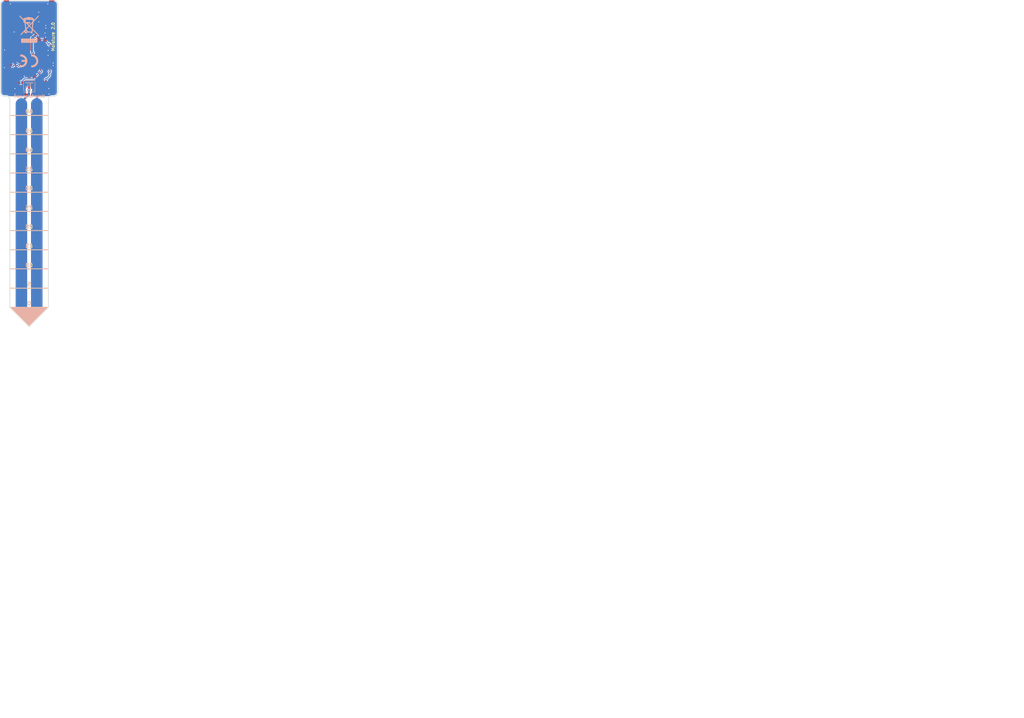
<source format=kicad_pcb>
(kicad_pcb (version 4) (host pcbnew 4.0.6-e0-6349~53~ubuntu16.04.1)
  (title_block (title "Moisture Bricklet") (rev 1.1) (company "Tinkerforge GmbH") (comment 1 "Licensed under CERN OHL v.1.1") (comment 2 "Copyright (©) 2014, B.Nordmeyer <bastian@tinkerforge.com>"))
  (layers (0 F.Cu signal hide) (31 B.Cu signal hide) (34 B.Paste user) (35 F.Paste user) (36 B.SilkS user) (37 F.SilkS user) (38 B.Mask user) (39 F.Mask user) (44 Edge.Cuts user))
  (net 0 "")
  (net 1 GND)
  (net 2 VCC)
  (net 3 "Net-(P1-Pad4)")
  (net 4 "Net-(P1-Pad5)")
  (net 5 "Net-(P1-Pad6)")
  (net 6 "Net-(R3-Pad1)")
  (net 7 CLK-EN)
  (net 8 S-MISO)
  (net 9 S-MOSI)
  (net 10 S-CLK)
  (net 11 S-CS)
  (net 12 SCL)
  (net 13 SDA)
  (net 14 "Net-(C2-Pad2)")
  (net 15 "Net-(C6-Pad1)")
  (net 16 "Net-(C9-Pad1)")
  (net 17 "Net-(C10-Pad1)")
  (net 18 "Net-(D1-Pad2)")
  (net 19 "Net-(D2-Pad1)")
  (net 20 "Net-(P2-Pad1)")
  (net 21 "Net-(Q1-Pad3)")
  (net 22 "Net-(R1-Pad1)")
  (net 23 "Net-(R6-Pad1)")
  (net 24 "Net-(P3-Pad2)")
  (net 25 SIG)
  (module C0603F (layer F.Cu) (at 139.4 77.8)
    (fp_text reference C5)
    (fp_text value 1uF)
    (pad 1 smd rect (at -0.75 0) (size 0.9 0.9) (layers F.Cu F.Paste F.Mask) (net 2 VCC))
    (pad 2 smd rect (at 0.75 0) (size 0.9 0.9) (layers F.Cu F.Paste F.Mask) (net 1 GND))
  )
  (module C0603F (layer F.Cu) (at 139.4 80.4)
    (fp_text reference C6)
    (fp_text value 1uF)
    (pad 1 smd rect (at -0.75 0) (size 0.9 0.9) (layers F.Cu F.Paste F.Mask) (net 15 "Net-(C6-Pad1)"))
    (pad 2 smd rect (at 0.75 0) (size 0.9 0.9) (layers F.Cu F.Paste F.Mask) (net 1 GND))
  )
  (module C0603F (layer F.Cu) (at 139.4 81.7)
    (fp_text reference C7)
    (fp_text value 100nF)
    (pad 1 smd rect (at -0.75 0) (size 0.9 0.9) (layers F.Cu F.Paste F.Mask) (net 15 "Net-(C6-Pad1)"))
    (pad 2 smd rect (at 0.75 0) (size 0.9 0.9) (layers F.Cu F.Paste F.Mask) (net 1 GND))
  )
  (module C0603F (layer F.Cu) (at 130.3 84.1 180)
    (fp_text reference C8)
    (fp_text value 100nF)
    (pad 1 smd rect (at -0.75 0 180) (size 0.9 0.9) (layers F.Cu F.Paste F.Mask) (net 2 VCC))
    (pad 2 smd rect (at 0.75 0 180) (size 0.9 0.9) (layers F.Cu F.Paste F.Mask) (net 1 GND))
  )
  (module C0603F (layer F.Cu) (at 139.5 91.8)
    (fp_text reference C9)
    (fp_text value TBD)
    (pad 1 smd rect (at -0.75 0) (size 0.9 0.9) (layers F.Cu F.Paste F.Mask) (net 16 "Net-(C9-Pad1)"))
    (pad 2 smd rect (at 0.75 0) (size 0.9 0.9) (layers F.Cu F.Paste F.Mask) (net 1 GND))
  )
  (module C0603F (layer F.Cu) (at 133.9 91.8 180)
    (fp_text reference C10)
    (fp_text value TBD)
    (pad 1 smd rect (at -0.75 0 180) (size 0.9 0.9) (layers F.Cu F.Paste F.Mask) (net 17 "Net-(C10-Pad1)"))
    (pad 2 smd rect (at 0.75 0 180) (size 0.9 0.9) (layers F.Cu F.Paste F.Mask) (net 1 GND))
  )
  (module R0603F (layer F.Cu) (at 136 87.9 90)
    (fp_text reference R5)
    (fp_text value 68)
    (pad 1 smd rect (at -0.75 0 90) (size 0.9 0.9) (layers F.Cu F.Paste F.Mask) (net 25 SIG))
    (pad 2 smd rect (at 0.75 0 90) (size 0.9 0.9) (layers F.Cu F.Paste F.Mask) (net 21 "Net-(Q1-Pad3)"))
  )
  (module R0603F (layer F.Cu) (at 134.6 89.6 270)
    (fp_text reference R6)
    (fp_text value 1k)
    (pad 1 smd rect (at -0.75 0 270) (size 0.9 0.9) (layers F.Cu F.Paste F.Mask) (net 23 "Net-(R6-Pad1)"))
    (pad 2 smd rect (at 0.75 0 270) (size 0.9 0.9) (layers F.Cu F.Paste F.Mask) (net 17 "Net-(C10-Pad1)"))
  )
  (module R0603F (layer F.Cu) (at 133.1 89.6 90)
    (fp_text reference R7)
    (fp_text value DNP)
    (pad 1 smd rect (at -0.75 0 90) (size 0.9 0.9) (layers F.Cu F.Paste F.Mask) (net 1 GND))
    (pad 2 smd rect (at 0.75 0 90) (size 0.9 0.9) (layers F.Cu F.Paste F.Mask) (net 23 "Net-(R6-Pad1)"))
  )
  (module 4X0402 (layer F.Cu) (at 134.2 74.4 180)
    (fp_text reference RP1)
    (fp_text value TBD)
    (pad 1 smd rect (at -0.7493 0.575) (size 0.29972 0.65) (layers F.Cu F.Paste F.Mask) (net 3 "Net-(P1-Pad4)"))
    (pad 2 smd rect (at -0.24892 0.575) (size 0.29972 0.65) (layers F.Cu F.Paste F.Mask) (net 4 "Net-(P1-Pad5)"))
    (pad 3 smd rect (at 0.24892 0.575) (size 0.29972 0.65) (layers F.Cu F.Paste F.Mask) (net 5 "Net-(P1-Pad6)"))
    (pad 4 smd rect (at 0.7493 0.575) (size 0.29972 0.65) (layers F.Cu F.Paste F.Mask) (net 14 "Net-(C2-Pad2)"))
    (pad 5 smd rect (at 0.7493 -0.575 180) (size 0.29972 0.65) (layers F.Cu F.Paste F.Mask) (net 8 S-MISO))
    (pad 6 smd rect (at 0.24892 -0.575 180) (size 0.29972 0.65) (layers F.Cu F.Paste F.Mask) (net 9 S-MOSI))
    (pad 7 smd rect (at -0.24892 -0.575 180) (size 0.29972 0.65) (layers F.Cu F.Paste F.Mask) (net 10 S-CLK))
    (pad 8 smd rect (at -0.7493 -0.575 180) (size 0.29972 0.65) (layers F.Cu F.Paste F.Mask) (net 11 S-CS))
  )
  (module 4X0603 (layer F.Cu) (at 136.8 84.5 90)
    (fp_text reference RP2)
    (fp_text value 1k)
    (pad 1 smd rect (at -1.19888 -0.8509 90) (size 0.44958 0.89916) (layers F.Cu F.Paste F.Mask) (net 2 VCC))
    (pad 2 smd rect (at -0.39878 -0.8509 90) (size 0.44958 0.89916) (layers F.Cu F.Paste F.Mask) (net 2 VCC))
    (pad 3 smd rect (at 0.39878 -0.8509 90) (size 0.44958 0.89916) (layers F.Cu F.Paste F.Mask) (net 2 VCC))
    (pad 4 smd rect (at 1.19888 -0.8509 90) (size 0.44958 0.89916) (layers F.Cu F.Paste F.Mask) (net 2 VCC))
    (pad 5 smd rect (at 1.19888 0.8509 90) (size 0.44958 0.89916) (layers F.Cu F.Paste F.Mask) (net 13 SDA))
    (pad 6 smd rect (at 0.39878 0.8509 90) (size 0.44958 0.89916) (layers F.Cu F.Paste F.Mask))
    (pad 7 smd rect (at -0.39878 0.8509 90) (size 0.44958 0.89916) (layers F.Cu F.Paste F.Mask))
    (pad 8 smd rect (at -1.19888 0.8509 90) (size 0.44958 0.89916) (layers F.Cu F.Paste F.Mask) (net 12 SCL))
  )
  (module C0805 (layer F.Cu) (at 138.5 74.3 180)
    (fp_text reference C1)
    (fp_text value 10uF)
    (pad 1 smd rect (at -1.00076 0 180) (size 1.00076 1.24968) (layers F.Cu F.Paste F.Mask) (net 1 GND) (clearance 0.14986))
    (pad 2 smd rect (at 1.00076 0 180) (size 1.00076 1.24968) (layers F.Cu F.Paste F.Mask) (net 2 VCC) (clearance 0.14986))
  )
  (module C0402E (layer F.Cu) (at 132.4 74.25 90)
    (fp_text reference C2)
    (fp_text value TBD)
    (pad 1 smd rect (at -0.65 0 90) (size 0.7 0.9) (layers F.Cu F.Paste F.Mask) (net 1 GND))
    (pad 2 smd rect (at 0.65 0 90) (size 0.7 0.9) (layers F.Cu F.Paste F.Mask) (net 14 "Net-(C2-Pad2)"))
  )
  (module C0603F (layer F.Cu) (at 138.6 75.9 180)
    (fp_text reference C3)
    (fp_text value 1uF)
    (pad 1 smd rect (at -0.75 0 180) (size 0.9 0.9) (layers F.Cu F.Paste F.Mask) (net 1 GND))
    (pad 2 smd rect (at 0.75 0 180) (size 0.9 0.9) (layers F.Cu F.Paste F.Mask) (net 2 VCC))
  )
  (module C0603F (layer F.Cu) (at 133.85 82.85 180)
    (fp_text reference C4)
    (fp_text value 100nF)
    (pad 1 smd rect (at -0.75 0 180) (size 0.9 0.9) (layers F.Cu F.Paste F.Mask) (net 2 VCC))
    (pad 2 smd rect (at 0.75 0 180) (size 0.9 0.9) (layers F.Cu F.Paste F.Mask) (net 1 GND))
  )
  (module D0603E (layer F.Cu) (at 130.3 82.7 180)
    (fp_text reference D1)
    (fp_text value blue)
    (pad 1 smd rect (at -0.8501 0 180) (size 1.1 1) (layers F.Cu F.Paste F.Mask) (net 2 VCC))
    (pad 2 smd rect (at 0.8501 0 180) (size 1.1 1) (layers F.Cu F.Paste F.Mask) (net 18 "Net-(D1-Pad2)"))
  )
  (module CON-SENSOR2 (layer F.Cu) (at 136 67.1 180)
    (fp_text reference P1)
    (fp_text value CON-SENSOR2)
    (pad 1 smd rect (at -3.75 -4.6 180) (size 0.6 1.8) (layers F.Cu F.Paste F.Mask))
    (pad 2 smd rect (at -2.5 -4.6 180) (size 0.6 1.8) (layers F.Cu F.Paste F.Mask) (net 1 GND))
    (pad EP smd rect (at -5.9 -1.2 180) (size 1.4 2.4) (layers F.Cu F.Paste F.Mask) (net 1 GND))
    (pad EP smd rect (at 5.9 -1.2 180) (size 1.4 2.4) (layers F.Cu F.Paste F.Mask) (net 1 GND))
    (pad 3 smd rect (at -1.25 -4.6 180) (size 0.6 1.8) (layers F.Cu F.Paste F.Mask) (net 2 VCC))
    (pad 4 smd rect (at 0 -4.6 180) (size 0.6 1.8) (layers F.Cu F.Paste F.Mask) (net 3 "Net-(P1-Pad4)"))
    (pad 5 smd rect (at 1.25 -4.6 180) (size 0.6 1.8) (layers F.Cu F.Paste F.Mask) (net 4 "Net-(P1-Pad5)"))
    (pad 6 smd rect (at 2.5 -4.6 180) (size 0.6 1.8) (layers F.Cu F.Paste F.Mask) (net 5 "Net-(P1-Pad6)"))
    (pad 7 smd rect (at 3.75 -4.6 180) (size 0.6 1.8) (layers F.Cu F.Paste F.Mask) (net 14 "Net-(C2-Pad2)"))
  )
  (module kicad-libraries:DEBUG_PAD (layer F.Cu) (at 129.8 77.4)
    (fp_text reference P2)
    (fp_text value DEBUG)
    (pad 1 smd circle (at 0 0) (size 0.7 0.7) (layers F.Cu F.Paste F.Mask) (net 20 "Net-(P2-Pad1)"))
  )
  (module kicad-libraries:SolderJumper (layer F.Cu) (at 130.1 79.2)
    (fp_text reference P3)
    (fp_text value BOOT)
    (pad 2 smd rect (at 0.55 0) (size 0.3 1.4) (layers F.Cu F.Mask) (net 24 "Net-(P3-Pad2)"))
    (pad 2 smd rect (at 0.15 0) (size 0.6 0.5) (layers F.Cu F.Mask) (net 24 "Net-(P3-Pad2)"))
    (pad 1 smd rect (at -0.5 0) (size 0.4 1.4) (layers F.Cu F.Mask) (net 1 GND))
    (pad 1 smd rect (at -0.225 0.55) (size 0.95 0.3) (layers F.Cu F.Mask) (net 1 GND))
    (pad 1 smd rect (at -0.225 -0.55) (size 0.95 0.3) (layers F.Cu F.Mask) (net 1 GND))
  )
  (module R0603F (layer F.Cu) (at 130.3 81.3 180)
    (fp_text reference R1)
    (fp_text value 1k)
    (pad 1 smd rect (at -0.75 0 180) (size 0.9 0.9) (layers F.Cu F.Paste F.Mask) (net 22 "Net-(R1-Pad1)"))
    (pad 2 smd rect (at 0.75 0 180) (size 0.9 0.9) (layers F.Cu F.Paste F.Mask) (net 18 "Net-(D1-Pad2)"))
  )
  (module R0603F (layer F.Cu) (at 137.4 87.9 90)
    (fp_text reference R2)
    (fp_text value 68)
    (pad 1 smd rect (at -0.75 0 90) (size 0.9 0.9) (layers F.Cu F.Paste F.Mask) (net 19 "Net-(D2-Pad1)"))
    (pad 2 smd rect (at 0.75 0 90) (size 0.9 0.9) (layers F.Cu F.Paste F.Mask) (net 21 "Net-(Q1-Pad3)"))
  )
  (module R0603F (layer F.Cu) (at 138.8 89.6 270)
    (fp_text reference R3)
    (fp_text value 1k)
    (pad 1 smd rect (at -0.75 0 270) (size 0.9 0.9) (layers F.Cu F.Paste F.Mask) (net 6 "Net-(R3-Pad1)"))
    (pad 2 smd rect (at 0.75 0 270) (size 0.9 0.9) (layers F.Cu F.Paste F.Mask) (net 16 "Net-(C9-Pad1)"))
  )
  (module R0603F (layer F.Cu) (at 140.3 89.6 90)
    (fp_text reference R4)
    (fp_text value DNP)
    (pad 1 smd rect (at -0.75 0 90) (size 0.9 0.9) (layers F.Cu F.Paste F.Mask) (net 1 GND))
    (pad 2 smd rect (at 0.75 0 90) (size 0.9 0.9) (layers F.Cu F.Paste F.Mask) (net 6 "Net-(R3-Pad1)"))
  )
  (module kicad-libraries:QFN24-4x4mm-0.5mm (layer F.Cu) (at 134.5 79)
    (fp_text reference U1)
    (fp_text value XMC1XXX24)
    (pad 1 smd oval (at -2.025 -1.25) (size 1 0.3) (layers F.Cu F.Paste F.Mask) (net 8 S-MISO))
    (pad 2 smd oval (at -2.025 -0.75) (size 1 0.3) (layers F.Cu F.Paste F.Mask) (net 20 "Net-(P2-Pad1)"))
    (pad 3 smd oval (at -2.025 -0.25) (size 1 0.3) (layers F.Cu F.Paste F.Mask))
    (pad 4 smd oval (at -2.025 0.25) (size 1 0.3) (layers F.Cu F.Paste F.Mask) (net 24 "Net-(P3-Pad2)"))
    (pad 5 smd oval (at -2.025 0.75) (size 1 0.3) (layers F.Cu F.Paste F.Mask))
    (pad 6 smd oval (at -2.025 1.25) (size 1 0.3) (layers F.Cu F.Paste F.Mask))
    (pad 7 smd oval (at -1.25 2.025 90) (size 1 0.3) (layers F.Cu F.Paste F.Mask) (net 22 "Net-(R1-Pad1)"))
    (pad 8 smd oval (at -0.75 2.025 90) (size 1 0.3) (layers F.Cu F.Paste F.Mask) (net 7 CLK-EN))
    (pad 9 smd oval (at -0.25 2.025 90) (size 1 0.3) (layers F.Cu F.Paste F.Mask) (net 1 GND))
    (pad 10 smd oval (at 0.25 2.025 90) (size 1 0.3) (layers F.Cu F.Paste F.Mask) (net 2 VCC))
    (pad 11 smd oval (at 0.75 2.025 90) (size 1 0.3) (layers F.Cu F.Paste F.Mask))
    (pad 12 smd oval (at 1.25 2.025 90) (size 1 0.3) (layers F.Cu F.Paste F.Mask))
    (pad 13 smd oval (at 2.025 1.25) (size 1 0.3) (layers F.Cu F.Paste F.Mask))
    (pad 14 smd oval (at 2.025 0.75) (size 1 0.3) (layers F.Cu F.Paste F.Mask))
    (pad 15 smd oval (at 2.025 0.25) (size 1 0.3) (layers F.Cu F.Paste F.Mask))
    (pad 16 smd oval (at 2.025 -0.25) (size 1 0.3) (layers F.Cu F.Paste F.Mask))
    (pad 17 smd oval (at 2.025 -0.75) (size 1 0.3) (layers F.Cu F.Paste F.Mask) (net 13 SDA))
    (pad 18 smd oval (at 2.025 -1.25) (size 1 0.3) (layers F.Cu F.Paste F.Mask))
    (pad 19 smd oval (at 1.25 -2.025 90) (size 1 0.3) (layers F.Cu F.Paste F.Mask) (net 12 SCL))
    (pad 20 smd oval (at 0.75 -2.025 90) (size 1 0.3) (layers F.Cu F.Paste F.Mask))
    (pad 21 smd oval (at 0.25 -2.025 90) (size 1 0.3) (layers F.Cu F.Paste F.Mask))
    (pad 22 smd oval (at -0.25 -2.025 90) (size 1 0.3) (layers F.Cu F.Paste F.Mask) (net 11 S-CS))
    (pad 23 smd oval (at -0.75 -2.025 90) (size 1 0.3) (layers F.Cu F.Paste F.Mask) (net 10 S-CLK))
    (pad 24 smd oval (at -1.25 -2.025 90) (size 1 0.3) (layers F.Cu F.Paste F.Mask) (net 9 S-MOSI))
    (pad EXP smd rect (at 0.65 0.65) (size 1.3 1.3) (layers F.Cu F.Paste F.Mask) (net 1 GND))
    (pad EXP smd rect (at 0.65 -0.65) (size 1.3 1.3) (layers F.Cu F.Paste F.Mask) (net 1 GND))
    (pad EXP smd rect (at -0.65 0.65) (size 1.3 1.3) (layers F.Cu F.Paste F.Mask) (net 1 GND))
    (pad EXP smd rect (at -0.65 -0.65) (size 1.3 1.3) (layers F.Cu F.Paste F.Mask) (net 1 GND))
  )
  (module R0603F (layer F.Cu) (at 139.4 79.1)
    (fp_text reference L1)
    (fp_text value INDUCT)
    (pad 1 smd rect (at -0.75 0) (size 0.9 0.9) (layers F.Cu F.Paste F.Mask) (net 2 VCC))
    (pad 2 smd rect (at 0.75 0) (size 0.9 0.9) (layers F.Cu F.Paste F.Mask) (net 15 "Net-(C6-Pad1)"))
  )
  (module kicad-libraries:SOT363 (layer F.Cu) (at 136.7 91 270)
    (fp_text reference D2)
    (fp_text value BAT54TW)
    (pad 1 smd rect (at -0.9 -0.75 270) (size 0.6 0.6) (layers F.Cu F.Paste F.Mask) (net 19 "Net-(D2-Pad1)"))
    (pad 3 smd rect (at -0.9 0.75 270) (size 0.6 0.6) (layers F.Cu F.Paste F.Mask) (net 25 SIG))
    (pad 4 smd rect (at 0.9 0.75 270) (size 0.6 0.6) (layers F.Cu F.Paste F.Mask) (net 17 "Net-(C10-Pad1)"))
    (pad 6 smd rect (at 0.9 -0.75 270) (size 0.6 0.6) (layers F.Cu F.Paste F.Mask) (net 16 "Net-(C9-Pad1)"))
    (pad 2 smd rect (at -0.9 0 270) (size 0.6 0.4) (layers F.Cu F.Paste F.Mask))
    (pad 5 smd rect (at 0.9 0 270) (size 0.6 0.4) (layers F.Cu F.Paste F.Mask))
  )
  (module CRYSTAL_3225_4 (layer F.Cu) (at 132.6 86.3)
    (fp_text reference Q1)
    (fp_text value Oscillator)
    (pad 4 smd rect (at -1.09982 -0.8001) (size 1.39954 1.15062) (layers F.Cu F.Paste F.Mask) (net 2 VCC))
    (pad 3 smd rect (at 1.09982 -0.8001) (size 1.39954 1.15062) (layers F.Cu F.Paste F.Mask) (net 21 "Net-(Q1-Pad3)"))
    (pad 1 smd rect (at -1.09982 0.8001) (size 1.39954 1.15062) (layers F.Cu F.Paste F.Mask) (net 7 CLK-EN))
    (pad 2 smd rect (at 1.09982 0.8001) (size 1.39954 1.15062) (layers F.Cu F.Paste F.Mask) (net 1 GND))
  )
  (module SOT23-6 (layer F.Cu) (at 140.2 84.1 90)
    (fp_text reference U2)
    (fp_text value MCP3425)
    (pad 1 smd rect (at -0.94996 1.19888 90) (size 0.50038 0.8001) (layers F.Cu F.Paste F.Mask) (net 6 "Net-(R3-Pad1)") (clearance 0.14986))
    (pad 2 smd rect (at 0 1.19888 90) (size 0.50038 0.8001) (layers F.Cu F.Paste F.Mask) (net 1 GND) (clearance 0.14986))
    (pad 3 smd rect (at 0.94996 1.19888 90) (size 0.50038 0.8001) (layers F.Cu F.Paste F.Mask) (net 12 SCL) (clearance 0.14986))
    (pad 6 smd rect (at -0.94996 -1.19888 90) (size 0.50038 0.8001) (layers F.Cu F.Paste F.Mask) (net 23 "Net-(R6-Pad1)") (clearance 0.14986))
    (pad 4 smd rect (at 0.94996 -1.19888 90) (size 0.50038 0.8001) (layers F.Cu F.Paste F.Mask) (net 13 SDA) (clearance 0.14986))
    (pad 5 smd rect (at 0 -1.19888 90) (size 0.50038 0.8001) (layers F.Cu F.Paste F.Mask) (net 15 "Net-(C6-Pad1)") (clearance 0.14986))
  )
  (module kicad-libraries:Logo_31x31 (layer B.Cu) (at 137.6 88.15 180)
    (fp_text reference G*** hide)
    (fp_text value Logo_31x31 hide)
  )
  (module kicad-libraries:WEEE_7mm (layer B.Cu) (at 136 74.85 180)
    (fp_text reference VAL hide)
    (fp_text value WEEE_7mm hide)
  )
  (module kicad-libraries:CE_5mm (layer B.Cu) (at 136 83.15 180)
    (fp_text reference VAL hide)
    (fp_text value CE_5mm hide)
  )
  (gr_line (start 131 147.35) (end 136 152.35) (angle 90) (layer F.SilkS) (width 0.2))
  (gr_text 0 (at 136 146.35) (layer B.SilkS) (effects (font (size 1 1)) (justify mirror)))
  (gr_text 5 (at 136 141.35) (layer B.SilkS) (effects (font (size 1 1)) (justify mirror)))
  (gr_text 10 (at 136 136.35) (layer B.SilkS) (effects (font (size 1 1)) (justify mirror)))
  (gr_text 15 (at 136 131.35) (layer B.SilkS) (effects (font (size 1 1)) (justify mirror)))
  (gr_text 20 (at 136 126.35) (layer B.SilkS) (effects (font (size 1 1)) (justify mirror)))
  (gr_text 25 (at 136 121.35) (layer B.SilkS) (effects (font (size 1 1)) (justify mirror)))
  (gr_text 30 (at 136 116.35) (layer B.SilkS) (effects (font (size 1 1)) (justify mirror)))
  (gr_text 35 (at 136 111.35) (layer B.SilkS) (effects (font (size 1 1)) (justify mirror)))
  (gr_text 40 (at 136 106.35) (layer B.SilkS) (effects (font (size 1 1)) (justify mirror)))
  (gr_text 45 (at 136 101.35) (layer B.SilkS) (effects (font (size 1 1)) (justify mirror)))
  (gr_text 50 (at 136 96.35) (layer B.SilkS) (effects (font (size 1 1)) (justify mirror)))
  (gr_text 50 (at 136 96.35) (layer F.SilkS) (effects (font (size 1 1))))
  (gr_line (start 141 97.35) (end 131 97.35) (angle 90) (layer F.SilkS) (width 0.2))
  (gr_line (start 141 97.35) (end 131 97.35) (angle 90) (layer B.SilkS) (width 0.2))
  (gr_text 45 (at 136 101.35) (layer F.SilkS) (effects (font (size 1 1))))
  (gr_text 40 (at 136 106.35) (layer F.SilkS) (effects (font (size 1 1))))
  (gr_text 35 (at 136 111.35) (layer F.SilkS) (effects (font (size 1 1))))
  (gr_text 30 (at 136 116.35) (layer F.SilkS) (effects (font (size 1 1))))
  (gr_text 25 (at 136 121.35) (layer F.SilkS) (effects (font (size 1 1))))
  (gr_text 20 (at 136 126.35) (layer F.SilkS) (effects (font (size 1 1))))
  (gr_text 15 (at 136 131.35) (layer F.SilkS) (effects (font (size 1 1))))
  (gr_text 10 (at 136 136.35) (layer F.SilkS) (effects (font (size 1 1))))
  (gr_text 5 (at 136 141.35) (layer F.SilkS) (effects (font (size 1 1))))
  (gr_text 0 (at 136 146.35) (layer F.SilkS) (effects (font (size 1 1))))
  (gr_line (start 141 117.35) (end 131 117.35) (angle 90) (layer B.SilkS) (width 0.2))
  (gr_line (start 141 102.35) (end 131 102.35) (angle 90) (layer B.SilkS) (width 0.2))
  (gr_line (start 131 107.35) (end 141 107.35) (angle 90) (layer B.SilkS) (width 0.2))
  (gr_line (start 141 112.35) (end 131 112.35) (angle 90) (layer B.SilkS) (width 0.2))
  (gr_line (start 131 122.35) (end 141 122.35) (angle 90) (layer B.SilkS) (width 0.2))
  (gr_line (start 141 127.35) (end 131 127.35) (angle 90) (layer B.SilkS) (width 0.2))
  (gr_line (start 131 132.35) (end 141 132.35) (angle 90) (layer B.SilkS) (width 0.2))
  (gr_line (start 141 137.35) (end 131 137.35) (angle 90) (layer B.SilkS) (width 0.2))
  (gr_line (start 131 142.35) (end 141 142.35) (angle 90) (layer B.SilkS) (width 0.2))
  (gr_line (start 141 147.35) (end 131 147.35) (angle 90) (layer B.SilkS) (width 0.2))
  (gr_line (start 141 102.35) (end 131 102.35) (angle 90) (layer F.SilkS) (width 0.2))
  (gr_line (start 141 107.35) (end 131 107.35) (angle 90) (layer F.SilkS) (width 0.2))
  (gr_line (start 141 112.35) (end 131 112.35) (angle 90) (layer F.SilkS) (width 0.2))
  (gr_line (start 141 117.35) (end 131 117.35) (angle 90) (layer F.SilkS) (width 0.2))
  (gr_line (start 141 122.35) (end 131 122.35) (angle 90) (layer F.SilkS) (width 0.2))
  (gr_line (start 141 127.35) (end 131 127.35) (angle 90) (layer F.SilkS) (width 0.2))
  (gr_line (start 141 132.35) (end 131 132.35) (angle 90) (layer F.SilkS) (width 0.2))
  (gr_line (start 141 137.35) (end 131 137.35) (angle 90) (layer F.SilkS) (width 0.2))
  (gr_line (start 141 142.35) (end 131 142.35) (angle 90) (layer F.SilkS) (width 0.2))
  (gr_line (start 141 147.35) (end 131 147.35) (angle 90) (layer F.SilkS) (width 0.2))
  (gr_line (start 131 147.35) (end 131 93.35) (angle 90) (layer Edge.Cuts) (width 0.15))
  (gr_line (start 141 93.35) (end 141 147.35) (angle 90) (layer Edge.Cuts) (width 0.15))
  (gr_line (start 143.5 68.35) (end 143.5 91.35) (angle 90) (layer Edge.Cuts) (width 0.15))
  (gr_line (start 129.5 67.35) (end 142.5 67.35) (angle 90) (layer Edge.Cuts) (width 0.15))
  (gr_line (start 128.5 91.35) (end 128.5 68.35) (angle 90) (layer Edge.Cuts) (width 0.15))
  (gr_line (start 129.5 92.35) (end 130 92.35) (angle 90) (layer Edge.Cuts) (width 0.15))
  (gr_line (start 142 92.35) (end 142.5 92.35) (angle 90) (layer Edge.Cuts) (width 0.15))
  (gr_arc (start 142.5 68.35) (end 142.5 67.35) (angle 90) (layer Edge.Cuts) (width 0.15))
  (gr_arc (start 129.5 68.35) (end 128.5 68.35) (angle 90) (layer Edge.Cuts) (width 0.15))
  (gr_arc (start 129.5 91.35) (end 129.5 92.35) (angle 90) (layer Edge.Cuts) (width 0.15))
  (gr_arc (start 142.5 91.35) (end 143.5 91.35) (angle 90) (layer Edge.Cuts) (width 0.15))
  (gr_arc (start 130 93.35) (end 130 92.35) (angle 90) (layer Edge.Cuts) (width 0.15))
  (gr_arc (start 142 93.35) (end 141 93.35) (angle 90) (layer Edge.Cuts) (width 0.15))
  (gr_line (start 136 152.35) (end 141 147.35) (angle 90) (layer Edge.Cuts) (width 0.15))
  (gr_line (start 136 152.35) (end 131 147.35) (angle 90) (layer Edge.Cuts) (width 0.15))
  (gr_text "Moisture 2.0" (at 142.25 76.85 90) (layer F.SilkS) (effects (font (size 0.8 0.8))))
  (gr_text tinkerforge.com (at 136 92.35) (layer B.SilkS) (effects (font (size 0.7 0.7)) (justify mirror)))
  (segment (start 129.6 79.2) (end 129.6 78.675) (width 0.254) (layer F.Cu) (net 1))
  (segment (start 129.6 78.675) (end 129.625 78.65) (width 0.254) (layer F.Cu) (net 1))
  (segment (start 129.625 78.65) (end 129.6 79.2) (width 0.254) (layer F.Cu) (net 1))
  (segment (start 129.6 79.2) (end 129.6 79.75) (width 0.254) (layer F.Cu) (net 1))
  (segment (start 129.6 79.2) (end 129.6 79.75) (width 0.254) (layer F.Cu) (net 1))
  (segment (start 129.6 79.2) (end 129.6 79.15) (width 0.254) (layer F.Cu) (net 1))
  (segment (start 138 147.35) (end 138 94.35) (width 3) (layer B.Cu) (net 1))
  (segment (start 138.05 91.8) (end 138 91.85) (width 0.5) (layer B.Cu) (net 1))
  (segment (start 138 91.85) (end 138 94.35) (width 0.5) (layer B.Cu) (net 1))
  (segment (start 141.15 91.8) (end 140.25 91.8) (width 0.5) (layer F.Cu) (net 1))
  (via (at 141.15 91.8) (size 0.7) (drill 0.25) (layers F.Cu B.Cu) (net 1))
  (segment (start 141.15 91.8) (end 138.05 91.8) (width 0.5) (layer B.Cu) (net 1))
  (segment (start 129.6 79.2) (end 129.625 79.225) (width 0.254) (layer F.Cu) (net 1))
  (segment (start 129.625 79.225) (end 129.625 80.275) (width 0.254) (layer F.Cu) (net 1))
  (via (at 129.625 80.275) (size 0.7) (drill 0.25) (layers F.Cu B.Cu) (net 1))
  (segment (start 141.39888 84.1) (end 142 84.1) (width 0.5) (layer F.Cu) (net 1))
  (via (at 142.275 84.375) (size 0.7) (drill 0.25) (layers F.Cu B.Cu) (net 1))
  (segment (start 142 84.1) (end 142.275 84.375) (width 0.5) (layer F.Cu) (net 1))
  (segment (start 141.39888 84.1) (end 141.85 84.1) (width 0.5) (layer F.Cu) (net 1))
  (via (at 142.275 83.675) (size 0.7) (drill 0.25) (layers F.Cu B.Cu) (net 1))
  (segment (start 141.85 84.1) (end 142.275 83.675) (width 0.5) (layer F.Cu) (net 1))
  (segment (start 129.55 84.1) (end 129.55 84.9) (width 0.5) (layer F.Cu) (net 1))
  (via (at 129.55 84.9) (size 0.7) (drill 0.25) (layers F.Cu B.Cu) (net 1))
  (segment (start 133.1 82.85) (end 133.1 83.325) (width 0.5) (layer F.Cu) (net 1))
  (via (at 132.9 83.525) (size 0.7) (drill 0.25) (layers F.Cu B.Cu) (net 1))
  (segment (start 133.1 83.325) (end 132.9 83.525) (width 0.5) (layer F.Cu) (net 1))
  (segment (start 140.15 77.8) (end 140.15 77.15) (width 0.5) (layer F.Cu) (net 1))
  (via (at 140.325 76.975) (size 0.7) (drill 0.25) (layers F.Cu B.Cu) (net 1))
  (segment (start 140.15 77.15) (end 140.325 76.975) (width 0.254) (layer F.Cu) (net 1))
  (segment (start 132.4 74.9) (end 132.4 75.325) (width 0.254) (layer F.Cu) (net 1))
  (via (at 132.15 75.6) (size 0.7) (drill 0.25) (layers F.Cu B.Cu) (net 1))
  (segment (start 132.15 75.575) (end 132.15 75.6) (width 0.254) (layer F.Cu) (net 1))
  (segment (start 132.4 75.325) (end 132.15 75.575) (width 0.254) (layer F.Cu) (net 1))
  (segment (start 135.15 78.35) (end 135.15 79.65) (width 0.254) (layer F.Cu) (net 1))
  (segment (start 133.85 78.35) (end 135.15 78.35) (width 0.254) (layer F.Cu) (net 1))
  (segment (start 133.85 79.65) (end 133.85 78.35) (width 0.254) (layer F.Cu) (net 1))
  (segment (start 134.25 81.025) (end 134.25 80.05) (width 0.254) (layer F.Cu) (net 1))
  (segment (start 134.25 80.05) (end 133.85 79.65) (width 0.254) (layer F.Cu) (net 1))
  (segment (start 134.25 81.025) (end 134.25 81.9) (width 0.254) (layer F.Cu) (net 1))
  (segment (start 133.9 82.05) (end 133.1 82.85) (width 0.254) (layer F.Cu) (net 1))
  (segment (start 134.1 82.05) (end 133.9 82.05) (width 0.254) (layer F.Cu) (net 1))
  (segment (start 134.25 81.9) (end 134.1 82.05) (width 0.254) (layer F.Cu) (net 1))
  (segment (start 140.15 81.7) (end 140.95 81.7) (width 0.5) (layer F.Cu) (net 1))
  (via (at 140.95 81.7) (size 0.7) (drill 0.25) (layers F.Cu B.Cu) (net 1))
  (segment (start 140.15 80.4) (end 140.95 80.4) (width 0.5) (layer F.Cu) (net 1))
  (via (at 140.95 80.4) (size 0.7) (drill 0.25) (layers F.Cu B.Cu) (net 1))
  (segment (start 141.9 68.3) (end 140.85 68.3) (width 0.5) (layer F.Cu) (net 1))
  (via (at 140.85 68.3) (size 0.7) (drill 0.25) (layers F.Cu B.Cu) (net 1))
  (segment (start 130.1 68.3) (end 131.15 68.3) (width 0.5) (layer F.Cu) (net 1))
  (via (at 131.15 68.3) (size 0.7) (drill 0.25) (layers F.Cu B.Cu) (net 1))
  (segment (start 138.5 71.7) (end 138.5 70.45) (width 0.5) (layer F.Cu) (net 1))
  (via (at 138.5 70.45) (size 0.7) (drill 0.25) (layers F.Cu B.Cu) (net 1))
  (segment (start 138.5 71.7) (end 138.5 72.95) (width 0.5) (layer F.Cu) (net 1))
  (via (at 138.5 72.95) (size 0.7) (drill 0.25) (layers F.Cu B.Cu) (net 1))
  (segment (start 139.50076 74.3) (end 139.95 74.3) (width 0.5) (layer F.Cu) (net 1))
  (segment (start 139.95 74.3) (end 140.35 73.9) (width 0.5) (layer F.Cu) (net 1))
  (via (at 140.35 73.9) (size 0.7) (drill 0.25) (layers F.Cu B.Cu) (net 1))
  (segment (start 139.50076 74.3) (end 140.05 74.3) (width 0.5) (layer F.Cu) (net 1))
  (via (at 140.35 74.6) (size 0.7) (drill 0.25) (layers F.Cu B.Cu) (net 1))
  (segment (start 140.05 74.3) (end 140.35 74.6) (width 0.5) (layer F.Cu) (net 1))
  (segment (start 139.35 75.9) (end 140.15 75.9) (width 0.5) (layer F.Cu) (net 1))
  (via (at 140.15 75.9) (size 0.7) (drill 0.25) (layers F.Cu B.Cu) (net 1))
  (segment (start 133.69982 87.1001) (end 134.7499 87.1001) (width 0.5) (layer F.Cu) (net 1))
  (via (at 134.75 87.1) (size 0.7) (drill 0.25) (layers F.Cu B.Cu) (net 1))
  (segment (start 134.7499 87.1001) (end 134.75 87.1) (width 0.5) (layer F.Cu) (net 1))
  (segment (start 140.3 90.35) (end 141.15 90.35) (width 0.5) (layer F.Cu) (net 1))
  (via (at 141.15 90.35) (size 0.7) (drill 0.25) (layers F.Cu B.Cu) (net 1))
  (segment (start 133.15 91.8) (end 132.3 91.8) (width 0.5) (layer F.Cu) (net 1))
  (via (at 132.3 91.8) (size 0.7) (drill 0.25) (layers F.Cu B.Cu) (net 1))
  (segment (start 133.1 90.35) (end 132.3 90.35) (width 0.5) (layer F.Cu) (net 1))
  (via (at 132.3 90.35) (size 0.7) (drill 0.25) (layers F.Cu B.Cu) (net 1))
  (segment (start 131.05 84.1) (end 131.425 84.1) (width 0.254) (layer F.Cu) (net 2))
  (segment (start 131.425 84.1) (end 131.7 84.375) (width 0.254) (layer F.Cu) (net 2))
  (segment (start 134.3 84.025) (end 135.225 83.1) (width 0.254) (layer F.Cu) (net 2))
  (segment (start 133.6 84.025) (end 134.3 84.025) (width 0.254) (layer F.Cu) (net 2))
  (segment (start 133.3 84.325) (end 133.6 84.025) (width 0.254) (layer F.Cu) (net 2))
  (via (at 133.3 84.325) (size 0.7) (drill 0.25) (layers F.Cu B.Cu) (net 2))
  (segment (start 131.75 84.325) (end 133.3 84.325) (width 0.254) (layer B.Cu) (net 2))
  (segment (start 131.7 84.375) (end 131.75 84.325) (width 0.254) (layer B.Cu) (net 2))
  (via (at 131.7 84.375) (size 0.7) (drill 0.25) (layers F.Cu B.Cu) (net 2))
  (via (at 137.9125 76.6625) (size 0.7) (drill 0.25) (layers F.Cu B.Cu) (net 2))
  (segment (start 134.6 82.85) (end 135.2 82.85) (width 0.5) (layer F.Cu) (net 2))
  (segment (start 135.475 82.575) (end 135.2 82.85) (width 0.5) (layer F.Cu) (net 2))
  (segment (start 135.875 82.575) (end 135.475 82.575) (width 0.5) (layer F.Cu) (net 2))
  (segment (start 136.95 81.5) (end 135.875 82.575) (width 0.5) (layer F.Cu) (net 2))
  (segment (start 136.95 81.025) (end 136.95 81.5) (width 0.5) (layer F.Cu) (net 2))
  (via (at 136.95 81.025) (size 0.7) (drill 0.25) (layers F.Cu B.Cu) (net 2))
  (segment (start 136.75 80.825) (end 136.95 81.025) (width 0.5) (layer B.Cu) (net 2))
  (segment (start 136.75 77.15) (end 136.75 80.825) (width 0.5) (layer B.Cu) (net 2))
  (segment (start 137.2375 76.6625) (end 136.75 77.15) (width 0.5) (layer B.Cu) (net 2))
  (segment (start 137.2375 76.6625) (end 137.9125 76.6625) (width 0.5) (layer B.Cu) (net 2))
  (segment (start 138.65 77.8) (end 138.65 77.4) (width 0.5) (layer F.Cu) (net 2))
  (segment (start 138.65 77.4) (end 137.9125 76.6625) (width 0.5) (layer F.Cu) (net 2))
  (segment (start 137.9125 76.6625) (end 137.85 76.6) (width 0.5) (layer F.Cu) (net 2))
  (segment (start 137.85 76.6) (end 137.85 75.9) (width 0.5) (layer F.Cu) (net 2))
  (segment (start 138.65 79.1) (end 138.65 77.8) (width 0.5) (layer F.Cu) (net 2))
  (segment (start 134.6 82.85) (end 134.975 82.85) (width 0.254) (layer F.Cu) (net 2))
  (segment (start 134.975 82.85) (end 135.225 83.1) (width 0.254) (layer F.Cu) (net 2))
  (segment (start 135.225 83.1) (end 135.42612 83.30112) (width 0.254) (layer F.Cu) (net 2))
  (segment (start 135.42612 83.30112) (end 135.9491 83.30112) (width 0.254) (layer F.Cu) (net 2))
  (segment (start 134.75 81.025) (end 134.75 82.1) (width 0.254) (layer F.Cu) (net 2))
  (segment (start 134.6 82.25) (end 134.6 82.85) (width 0.254) (layer F.Cu) (net 2))
  (segment (start 134.75 82.1) (end 134.6 82.25) (width 0.254) (layer F.Cu) (net 2))
  (segment (start 131.05 84.1) (end 131.05 82.8001) (width 0.5) (layer F.Cu) (net 2))
  (segment (start 131.05 82.8001) (end 131.1501 82.7) (width 0.5) (layer F.Cu) (net 2))
  (segment (start 131.05 84.1) (end 131.05 85.04972) (width 0.5) (layer F.Cu) (net 2))
  (segment (start 131.05 85.04972) (end 131.50018 85.4999) (width 0.5) (layer F.Cu) (net 2))
  (segment (start 135.9491 84.89878) (end 136.55 84.89878) (width 0.254) (layer F.Cu) (net 2))
  (segment (start 136.45 84.85) (end 136.55 84.85) (width 0.254) (layer F.Cu) (net 2))
  (segment (start 136.50122 84.85) (end 136.45 84.85) (width 0.254) (layer F.Cu) (net 2))
  (segment (start 136.55 84.89878) (end 136.50122 84.85) (width 0.254) (layer F.Cu) (net 2))
  (segment (start 135.9491 84.10122) (end 136.55 84.10122) (width 0.254) (layer F.Cu) (net 2))
  (segment (start 136.55 84.10122) (end 136.55 84.1) (width 0.254) (layer F.Cu) (net 2))
  (segment (start 135.9491 85.69888) (end 136.40112 85.69888) (width 0.254) (layer F.Cu) (net 2))
  (segment (start 136.55 83.6) (end 136.25112 83.30112) (width 0.254) (layer F.Cu) (net 2))
  (segment (start 136.55 85.55) (end 136.55 84.85) (width 0.254) (layer F.Cu) (net 2))
  (segment (start 136.55 84.85) (end 136.55 84.1) (width 0.254) (layer F.Cu) (net 2))
  (segment (start 136.55 84.1) (end 136.55 83.6) (width 0.254) (layer F.Cu) (net 2))
  (segment (start 136.40112 85.69888) (end 136.55 85.55) (width 0.254) (layer F.Cu) (net 2))
  (segment (start 136.25112 83.30112) (end 135.9491 83.30112) (width 0.254) (layer F.Cu) (net 2))
  (segment (start 137.49924 74.3) (end 137.49924 74.79924) (width 0.254) (layer F.Cu) (net 2))
  (segment (start 137.49924 74.79924) (end 137.85 75.15) (width 0.5) (layer F.Cu) (net 2))
  (segment (start 137.85 75.15) (end 137.85 75.9) (width 0.5) (layer F.Cu) (net 2))
  (segment (start 137.25 71.7) (end 137.25 74.05076) (width 0.5) (layer F.Cu) (net 2))
  (segment (start 137.25 74.05076) (end 137.49924 74.3) (width 0.254) (layer F.Cu) (net 2))
  (segment (start 136 71.7) (end 136 72.4) (width 0.254) (layer F.Cu) (net 3))
  (segment (start 136 72.4) (end 134.9493 73.4507) (width 0.254) (layer F.Cu) (net 3))
  (segment (start 134.9493 73.4507) (end 134.9493 73.825) (width 0.254) (layer F.Cu) (net 3))
  (segment (start 134.44892 73.825) (end 134.44892 73.323166) (width 0.254) (layer F.Cu) (net 4))
  (segment (start 134.75 73.022086) (end 134.75 71.7) (width 0.254) (layer F.Cu) (net 4))
  (segment (start 134.44892 73.323166) (end 134.75 73.022086) (width 0.254) (layer F.Cu) (net 4))
  (segment (start 133.95108 73.825) (end 133.95108 73.20108) (width 0.254) (layer F.Cu) (net 5))
  (segment (start 133.5 72.75) (end 133.5 71.7) (width 0.254) (layer F.Cu) (net 5))
  (segment (start 133.95108 73.20108) (end 133.5 72.75) (width 0.254) (layer F.Cu) (net 5))
  (segment (start 140.3 88.85) (end 140.3 88.1) (width 0.254) (layer F.Cu) (net 6))
  (segment (start 141.39888 85.89888) (end 141.39888 85.04996) (width 0.254) (layer F.Cu) (net 6))
  (segment (start 141.4 85.9) (end 141.39888 85.89888) (width 0.254) (layer F.Cu) (net 6))
  (via (at 141.4 85.9) (size 0.7) (drill 0.25) (layers F.Cu B.Cu) (net 6))
  (segment (start 141.4 87) (end 141.4 85.9) (width 0.254) (layer B.Cu) (net 6))
  (segment (start 140.4 88) (end 141.4 87) (width 0.254) (layer B.Cu) (net 6))
  (via (at 140.4 88) (size 0.7) (drill 0.25) (layers F.Cu B.Cu) (net 6))
  (segment (start 140.3 88.1) (end 140.4 88) (width 0.254) (layer F.Cu) (net 6))
  (segment (start 138.8 88.85) (end 140.3 88.85) (width 0.254) (layer F.Cu) (net 6))
  (segment (start 131.50018 87.1001) (end 132.0499 87.1001) (width 0.254) (layer F.Cu) (net 7))
  (segment (start 132.0499 87.1001) (end 132.6 86.55) (width 0.254) (layer F.Cu) (net 7))
  (segment (start 132.6 86.55) (end 132.6 84.325) (width 0.254) (layer F.Cu) (net 7))
  (segment (start 132.6 84.325) (end 132.175 83.9) (width 0.254) (layer F.Cu) (net 7))
  (segment (start 132.175 83.9) (end 132.175 82.175) (width 0.254) (layer F.Cu) (net 7))
  (segment (start 132.175 82.175) (end 132.475 81.875) (width 0.254) (layer F.Cu) (net 7))
  (segment (start 133.75 81.025) (end 133.75 81.55) (width 0.254) (layer F.Cu) (net 7))
  (segment (start 133.425 81.875) (end 132.475 81.875) (width 0.254) (layer F.Cu) (net 7))
  (segment (start 133.75 81.55) (end 133.425 81.875) (width 0.254) (layer F.Cu) (net 7))
  (segment (start 132.475 77.75) (end 132.475 76.275) (width 0.254) (layer F.Cu) (net 8))
  (segment (start 132.475 76.275) (end 133.4507 75.2993) (width 0.254) (layer F.Cu) (net 8))
  (segment (start 133.4507 75.2993) (end 133.4507 74.975) (width 0.254) (layer F.Cu) (net 8))
  (segment (start 133.25 76.975) (end 133.25 76.15) (width 0.254) (layer F.Cu) (net 9))
  (segment (start 133.95108 75.44892) (end 133.95108 74.975) (width 0.254) (layer F.Cu) (net 9))
  (segment (start 133.25 76.15) (end 133.95108 75.44892) (width 0.254) (layer F.Cu) (net 9))
  (segment (start 133.75 76.975) (end 133.75 76.3) (width 0.254) (layer F.Cu) (net 10))
  (segment (start 134.44892 75.60108) (end 134.44892 74.975) (width 0.254) (layer F.Cu) (net 10))
  (segment (start 133.75 76.3) (end 134.44892 75.60108) (width 0.254) (layer F.Cu) (net 10))
  (segment (start 134.25 76.975) (end 134.25 76.45) (width 0.254) (layer F.Cu) (net 11))
  (segment (start 134.9493 75.7507) (end 134.9493 74.975) (width 0.254) (layer F.Cu) (net 11))
  (segment (start 134.25 76.45) (end 134.9493 75.7507) (width 0.254) (layer F.Cu) (net 11))
  (segment (start 141.39888 83.15004) (end 141.49996 83.15004) (width 0.254) (layer F.Cu) (net 12))
  (segment (start 141.49996 83.15004) (end 141.65 83) (width 0.254) (layer F.Cu) (net 12))
  (segment (start 141.65 79.25) (end 141.2 78.8) (width 0.254) (layer F.Cu) (net 12))
  (segment (start 141.65 83) (end 141.65 79.25) (width 0.254) (layer F.Cu) (net 12))
  (segment (start 136 76.3) (end 135.75 76.55) (width 0.254) (layer F.Cu) (net 12))
  (segment (start 136.4 76.3) (end 136 76.3) (width 0.254) (layer F.Cu) (net 12))
  (segment (start 137.6 77.5) (end 136.4 76.3) (width 0.254) (layer F.Cu) (net 12))
  (via (at 137.6 77.5) (size 0.7) (drill 0.25) (layers F.Cu B.Cu) (net 12))
  (segment (start 139.9 77.5) (end 137.6 77.5) (width 0.254) (layer B.Cu) (net 12))
  (segment (start 141.2 78.8) (end 139.9 77.5) (width 0.254) (layer B.Cu) (net 12))
  (via (at 141.2 78.8) (size 0.7) (drill 0.25) (layers F.Cu B.Cu) (net 12))
  (segment (start 135.75 76.55) (end 135.75 76.975) (width 0.254) (layer F.Cu) (net 12))
  (segment (start 137.6509 85.69888) (end 137.79888 85.69888) (width 0.254) (layer F.Cu) (net 12))
  (segment (start 137.79888 85.69888) (end 138.7 86.6) (width 0.254) (layer F.Cu) (net 12))
  (segment (start 138.7 86.6) (end 139.5 86.6) (width 0.254) (layer F.Cu) (net 12))
  (segment (start 139.5 86.6) (end 140.4 85.7) (width 0.254) (layer F.Cu) (net 12))
  (segment (start 140.4 85.7) (end 140.4 83.7) (width 0.254) (layer F.Cu) (net 12))
  (segment (start 140.4 83.7) (end 140.94996 83.15004) (width 0.254) (layer F.Cu) (net 12))
  (segment (start 140.94996 83.15004) (end 141.39888 83.15004) (width 0.254) (layer F.Cu) (net 12))
  (segment (start 137.6509 83.30112) (end 137.6509 78.7509) (width 0.254) (layer F.Cu) (net 13))
  (segment (start 137.15 78.25) (end 136.525 78.25) (width 0.254) (layer F.Cu) (net 13))
  (segment (start 137.6509 78.7509) (end 137.15 78.25) (width 0.254) (layer F.Cu) (net 13))
  (segment (start 137.6509 83.30112) (end 138.19888 83.30112) (width 0.254) (layer F.Cu) (net 13))
  (segment (start 138.34996 83.15004) (end 139.00112 83.15004) (width 0.254) (layer F.Cu) (net 13))
  (segment (start 138.19888 83.30112) (end 138.34996 83.15004) (width 0.254) (layer F.Cu) (net 13))
  (segment (start 132.25 71.7) (end 132.25 72.95) (width 0.254) (layer F.Cu) (net 14))
  (segment (start 132.4 73.1) (end 132.4 73.6) (width 0.254) (layer F.Cu) (net 14))
  (segment (start 132.25 72.95) (end 132.4 73.1) (width 0.254) (layer F.Cu) (net 14))
  (segment (start 133.4507 73.825) (end 133.125 73.825) (width 0.254) (layer F.Cu) (net 14))
  (segment (start 132.9 73.6) (end 132.4 73.6) (width 0.254) (layer F.Cu) (net 14))
  (segment (start 133.125 73.825) (end 132.9 73.6) (width 0.254) (layer F.Cu) (net 14))
  (segment (start 138.65 80.4) (end 138.75 80.4) (width 0.254) (layer F.Cu) (net 15))
  (segment (start 138.75 80.4) (end 140.05 79.1) (width 0.254) (layer F.Cu) (net 15))
  (segment (start 140.05 79.1) (end 140.15 79.1) (width 0.254) (layer F.Cu) (net 15))
  (segment (start 138.65 81.7) (end 138.65 80.4) (width 0.254) (layer F.Cu) (net 15))
  (segment (start 138.65 81.7) (end 138.7 81.7) (width 0.254) (layer F.Cu) (net 15))
  (segment (start 138.7 81.7) (end 139.8 82.8) (width 0.254) (layer F.Cu) (net 15))
  (segment (start 139.8 82.8) (end 139.8 83.8) (width 0.254) (layer F.Cu) (net 15))
  (segment (start 139.8 83.8) (end 139.5 84.1) (width 0.254) (layer F.Cu) (net 15))
  (segment (start 139.5 84.1) (end 139.00112 84.1) (width 0.254) (layer F.Cu) (net 15))
  (segment (start 138.75 91.8) (end 138.75 90.4) (width 0.5) (layer F.Cu) (net 16))
  (segment (start 138.75 90.4) (end 138.8 90.35) (width 0.254) (layer F.Cu) (net 16))
  (segment (start 137.45 91.9) (end 138.65 91.9) (width 0.5) (layer F.Cu) (net 16))
  (segment (start 138.65 91.9) (end 138.75 91.8) (width 0.254) (layer F.Cu) (net 16))
  (segment (start 134.65 91.8) (end 134.65 90.4) (width 0.5) (layer F.Cu) (net 17))
  (segment (start 134.65 90.4) (end 134.6 90.35) (width 0.254) (layer F.Cu) (net 17))
  (segment (start 135.95 91.9) (end 134.75 91.9) (width 0.5) (layer F.Cu) (net 17))
  (segment (start 134.75 91.9) (end 134.65 91.8) (width 0.254) (layer F.Cu) (net 17))
  (segment (start 129.4499 82.7) (end 129.4499 81.4001) (width 0.254) (layer F.Cu) (net 18))
  (segment (start 129.4499 81.4001) (end 129.55 81.3) (width 0.254) (layer F.Cu) (net 18))
  (segment (start 137.4 88.65) (end 137.4 90.05) (width 0.5) (layer F.Cu) (net 19))
  (segment (start 137.4 90.05) (end 137.45 90.1) (width 0.254) (layer F.Cu) (net 19))
  (segment (start 132.475 78.25) (end 131.35 78.25) (width 0.254) (layer F.Cu) (net 20))
  (segment (start 130.5 77.4) (end 129.8 77.4) (width 0.254) (layer F.Cu) (net 20))
  (segment (start 131.35 78.25) (end 130.5 77.4) (width 0.254) (layer F.Cu) (net 20))
  (segment (start 136 87.15) (end 137.4 87.15) (width 0.5) (layer F.Cu) (net 21))
  (segment (start 136 87.15) (end 136 87.1) (width 0.5) (layer F.Cu) (net 21))
  (segment (start 136 87.1) (end 134.3999 85.4999) (width 0.5) (layer F.Cu) (net 21))
  (segment (start 134.3999 85.4999) (end 133.69982 85.4999) (width 0.5) (layer F.Cu) (net 21))
  (segment (start 133.25 81.025) (end 131.8 81.025) (width 0.254) (layer F.Cu) (net 22))
  (segment (start 131.525 81.3) (end 131.05 81.3) (width 0.254) (layer F.Cu) (net 22))
  (segment (start 131.8 81.025) (end 131.525 81.3) (width 0.254) (layer F.Cu) (net 22))
  (via (at 133.8 88.85) (size 0.7) (drill 0.25) (layers F.Cu B.Cu) (net 23))
  (segment (start 139.00112 85.04996) (end 139.00112 85.89888) (width 0.254) (layer F.Cu) (net 23))
  (segment (start 139 85.9) (end 139.00112 85.89888) (width 0.254) (layer F.Cu) (net 23))
  (via (at 139 85.9) (size 0.7) (drill 0.25) (layers F.Cu B.Cu) (net 23))
  (segment (start 137.1 87.8) (end 139 85.9) (width 0.254) (layer B.Cu) (net 23))
  (segment (start 134.85 87.8) (end 137.1 87.8) (width 0.254) (layer B.Cu) (net 23))
  (segment (start 134.85 87.8) (end 133.8 88.85) (width 0.254) (layer B.Cu) (net 23))
  (segment (start 133.1 88.85) (end 133.8 88.85) (width 0.254) (layer F.Cu) (net 23))
  (segment (start 133.8 88.85) (end 134.6 88.85) (width 0.254) (layer F.Cu) (net 23))
  (segment (start 130.65 79.2) (end 130.25 79.2) (width 0.254) (layer F.Cu) (net 24))
  (segment (start 132.475 79.25) (end 130.7 79.25) (width 0.254) (layer F.Cu) (net 24))
  (segment (start 130.7 79.25) (end 130.65 79.2) (width 0.254) (layer F.Cu) (net 24))
  (segment (start 134 94.35) (end 134 93.85) (width 0.5) (layer B.Cu) (net 25))
  (segment (start 134 93.85) (end 135.95 91.9) (width 0.5) (layer B.Cu) (net 25))
  (segment (start 135.95 91.9) (end 135.95 90.675) (width 0.5) (layer B.Cu) (net 25))
  (segment (start 134 94.35) (end 134 147.35) (width 3) (layer B.Cu) (net 25))
  (via (at 135.95 90.675) (size 0.7) (drill 0.25) (layers F.Cu B.Cu) (net 25))
  (segment (start 135.95 90.1) (end 135.95 90.675) (width 0.5) (layer F.Cu) (net 25))
  (segment (start 134.5 94.35) (end 134 94.35) (width 0.5) (layer B.Cu) (net 25))
  (segment (start 135.95 90.1) (end 135.95 88.7) (width 0.5) (layer F.Cu) (net 25))
  (segment (start 135.95 88.7) (end 136 88.65) (width 0.254) (layer F.Cu) (net 25))
  (zone (net 1) (net_name GND) (layer B.Cu) (connect_pads yes (clearance 0.2)) (min_thickness 0.15) (fill yes (arc_segments 16) (thermal_gap 0.508) (thermal_bridge_width 0.508))
    (polygon (pts (xy 128.5 67.35) (xy 143.5 67.35) (xy 143.5 92.35) (xy 128.5 92.35)))
  )
  (zone (net 0) (net_name "") (layer F.SilkS) (connect_pads yes (clearance 0.2)) (min_thickness 0.15) (fill yes (arc_segments 16) (thermal_gap 0.508) (thermal_bridge_width 0.508))
    (polygon (pts (xy 131 147.35) (xy 141 147.35) (xy 136 152.35)))
  )
  (zone (net 0) (net_name "") (layer B.SilkS) (connect_pads yes (clearance 0.2)) (min_thickness 0.15) (fill yes (arc_segments 16) (thermal_gap 0.508) (thermal_bridge_width 0.508))
    (polygon (pts (xy 131 147.35) (xy 141 147.35) (xy 136 152.35)))
  )
)
</source>
